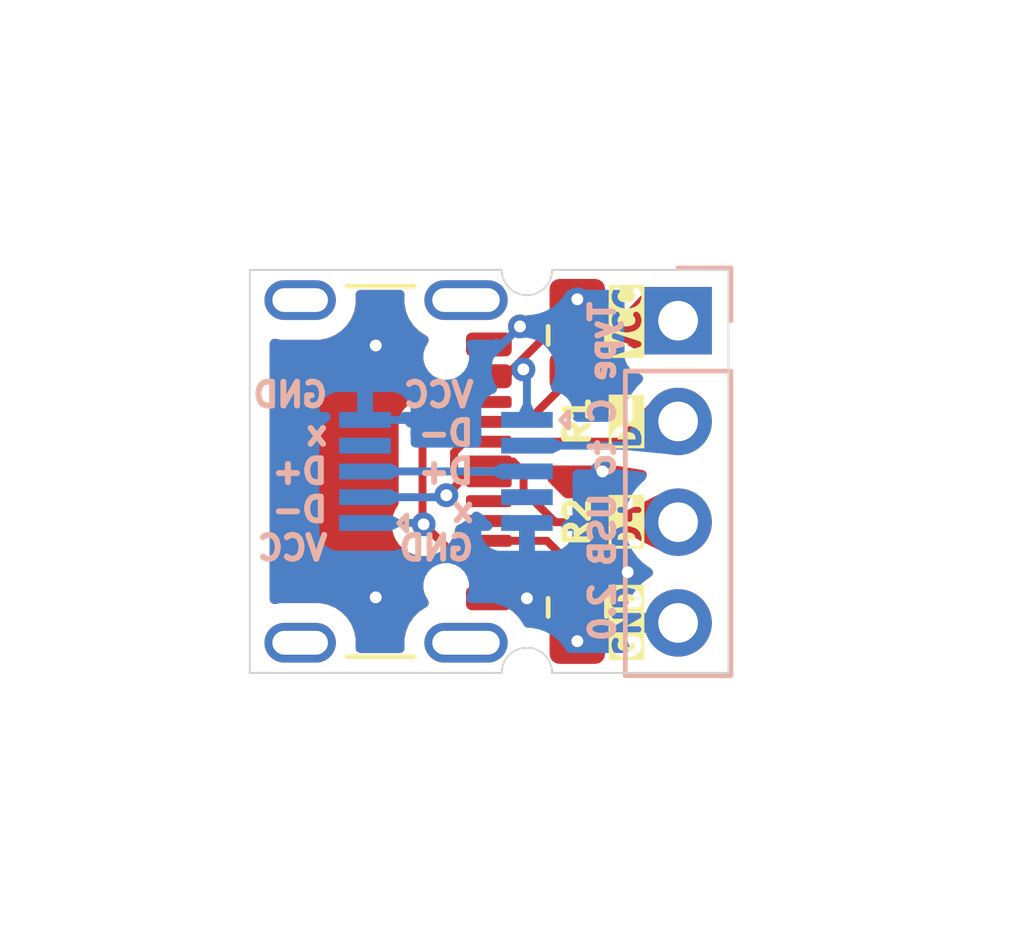
<source format=kicad_pcb>
(kicad_pcb (version 20241229) (generator "pcbnew") (generator_version "9.0")
  (layers (0 "F.Cu" signal) (2 "B.Cu" signal) (13 "F.Paste" user) (15 "B.Paste" user) (5 "F.SilkS" user "F.Silkscreen") (7 "B.SilkS" user "B.Silkscreen") (1 "F.Mask" user) (3 "B.Mask" user) (25 "Edge.Cuts" user))
  (net 0 "")
  (net 1 "/D(+)")
  (net 2 "GND")
  (net 3 "VBUS")
  (net 4 "/D(-)")
  (net 5 "Net-(J1-CC1)")
  (net 6 "Net-(J1-CC2)")
  (footprint "Connector_USB:USB_C_Receptacle_GCT_USB4105-xx-A_16P_TopMnt_Horizontal" (layer "F.Cu") (at 114.105 63.5 -90)
    (property "Reference" "J1" (hide yes))
    (property "Value" "USB_C_Receptacle_USB2.0_16P")
    (fp_line (start -4.67 -0.1) (end -4.67 -1.8) (stroke (width 0.12)) (layer "F.SilkS"))
    (fp_line (start 4.67 -0.1) (end 4.67 -1.8) (stroke (width 0.12)) (layer "F.SilkS"))
    (pad "" np_thru_hole circle (at -2.89 -2.605 270) (size 0.65 0.65) (drill 0.65) (layers "*.Cu" "*.Mask"))
    (pad "" np_thru_hole circle (at 2.89 -2.605 270) (size 0.65 0.65) (drill 0.65) (layers "*.Cu" "*.Mask"))
    (pad "A1" smd roundrect (at -3.2 -3.68 270) (size 0.6 1.15) (layers "F.Cu" "F.Mask" "F.Paste") (net 2 "GND"))
    (pad "A4" smd roundrect (at -2.4 -3.68 270) (size 0.6 1.15) (layers "F.Cu" "F.Mask" "F.Paste") (net 3 "VBUS"))
    (pad "A5" smd roundrect (at -1.25 -3.68 270) (size 0.3 1.15) (layers "F.Cu" "F.Mask" "F.Paste") (net 5 "Net-(J1-CC1)"))
    (pad "A6" smd roundrect (at -0.25 -3.68 270) (size 0.3 1.15) (layers "F.Cu" "F.Mask" "F.Paste") (net 1 "/D(+)"))
    (pad "A7" smd roundrect (at 0.25 -3.68 270) (size 0.3 1.15) (layers "F.Cu" "F.Mask" "F.Paste") (net 4 "/D(-)"))
    (pad "A8" smd roundrect (at 1.25 -3.68 270) (size 0.3 1.15) (layers "F.Cu" "F.Mask" "F.Paste"))
    (pad "A9" smd roundrect (at 2.4 -3.68 270) (size 0.6 1.15) (layers "F.Cu" "F.Mask" "F.Paste") (net 3 "VBUS"))
    (pad "A12" smd roundrect (at 3.2 -3.68 270) (size 0.6 1.15) (layers "F.Cu" "F.Mask" "F.Paste") (net 2 "GND"))
    (pad "B1" smd roundrect (at 3.2 -3.68 270) (size 0.6 1.15) (layers "F.Cu" "F.Mask" "F.Paste") (net 2 "GND"))
    (pad "B4" smd roundrect (at 2.4 -3.68 270) (size 0.6 1.15) (layers "F.Cu" "F.Mask" "F.Paste") (net 3 "VBUS"))
    (pad "B5" smd roundrect (at 1.75 -3.68 270) (size 0.3 1.15) (layers "F.Cu" "F.Mask" "F.Paste") (net 6 "Net-(J1-CC2)"))
    (pad "B6" smd roundrect (at 0.75 -3.68 270) (size 0.3 1.15) (layers "F.Cu" "F.Mask" "F.Paste") (net 1 "/D(+)"))
    (pad "B7" smd roundrect (at -0.75 -3.68 270) (size 0.3 1.15) (layers "F.Cu" "F.Mask" "F.Paste") (net 4 "/D(-)"))
    (pad "B8" smd roundrect (at -1.75 -3.68 270) (size 0.3 1.15) (layers "F.Cu" "F.Mask" "F.Paste"))
    (pad "B9" smd roundrect (at -2.4 -3.68 270) (size 0.6 1.15) (layers "F.Cu" "F.Mask" "F.Paste") (net 3 "VBUS"))
    (pad "B12" smd roundrect (at -3.2 -3.68 270) (size 0.6 1.15) (layers "F.Cu" "F.Mask" "F.Paste") (net 2 "GND"))
    (pad "S1" thru_hole oval (at -4.32 -3.105 270) (size 1 2.1) (drill oval 0.6 1.7) (property pad_prop_heatsink) (layers "*.Cu" "*.Mask" "F.Paste"))
    (pad "S1" thru_hole oval (at -4.32 1.075 270) (size 1 1.8) (drill oval 0.6 1.4) (property pad_prop_heatsink) (layers "*.Cu" "*.Mask" "F.Paste"))
    (pad "S1" thru_hole oval (at 4.32 -3.105 270) (size 1 2.1) (drill oval 0.6 1.7) (property pad_prop_heatsink) (layers "*.Cu" "*.Mask" "F.Paste"))
    (pad "S1" thru_hole oval (at 4.32 1.075 270) (size 1 1.8) (drill oval 0.6 1.4) (property pad_prop_heatsink) (layers "*.Cu" "*.Mask" "F.Paste"))
  )
  (footprint "Resistor_SMD:R_0805_2012Metric" (layer "F.Cu") (at 120.015 66.929 90)
    (property "Reference" "R2" (at 2.159 0 90) (layer "F.SilkS") (effects (font (size 0.6 0.6))))
    (property "Value" "5K1")
    (fp_line (start -0.227064 -0.735) (end 0.227064 -0.735) (stroke (width 0.12)) (layer "F.SilkS"))
    (fp_line (start -0.227064 0.735) (end 0.227064 0.735) (stroke (width 0.12)) (layer "F.SilkS"))
    (pad "1" smd roundrect (at -0.9125 0 90) (size 1.025 1.4) (layers "F.Cu" "F.Mask" "F.Paste") (roundrect_rratio 0.243902) (net 2 "GND"))
    (pad "2" smd roundrect (at 0.9125 0 90) (size 1.025 1.4) (layers "F.Cu" "F.Mask" "F.Paste") (roundrect_rratio 0.243902) (net 6 "Net-(J1-CC2)"))
  )
  (footprint "Resistor_SMD:R_0805_2012Metric" (layer "F.Cu") (at 120.015 60.071 90)
    (property "Reference" "R1" (at -2.159 0 90) (layer "F.SilkS") (effects (font (size 0.6 0.6))))
    (property "Value" "5K1")
    (fp_line (start -0.227064 -0.735) (end 0.227064 -0.735) (stroke (width 0.12)) (layer "F.SilkS"))
    (fp_line (start -0.227064 0.735) (end 0.227064 0.735) (stroke (width 0.12)) (layer "F.SilkS"))
    (pad "1" smd roundrect (at -0.9125 0 90) (size 1.025 1.4) (layers "F.Cu" "F.Mask" "F.Paste") (roundrect_rratio 0.243902) (net 5 "Net-(J1-CC1)"))
    (pad "2" smd roundrect (at 0.9125 0 90) (size 1.025 1.4) (layers "F.Cu" "F.Mask" "F.Paste") (roundrect_rratio 0.243902) (net 2 "GND"))
  )
  (footprint "Connector_PinHeader_2.54mm:PinHeader_1x04_P2.54mm_Vertical" (layer "B.Cu") (at 122.555 59.7 180)
    (property "Reference" "J2" (hide yes))
    (property "Value" "Conn_01x04" (hide yes))
    (fp_line (start 1.33 -1.27) (end 1.33 -8.95) (stroke (width 0.12)) (layer "B.SilkS"))
    (fp_line (start -1.33 1.33) (end 0 1.33) (stroke (width 0.12)) (layer "B.SilkS"))
    (fp_line (start -1.33 0) (end -1.33 1.33) (stroke (width 0.12)) (layer "B.SilkS"))
    (fp_line (start -1.33 -1.27) (end 1.33 -1.27) (stroke (width 0.12)) (layer "B.SilkS"))
    (fp_line (start -1.33 -1.27) (end -1.33 -8.95) (stroke (width 0.12)) (layer "B.SilkS"))
    (fp_line (start -1.33 -8.95) (end 1.33 -8.95) (stroke (width 0.12)) (layer "B.SilkS"))
    (pad "1" thru_hole rect (at 0 0 180) (size 1.7 1.7) (drill 1) (layers "*.Cu" "*.Mask") (net 3 "VBUS"))
    (pad "2" thru_hole oval (at 0 -2.54 180) (size 1.7 1.7) (drill 1) (layers "*.Cu" "*.Mask") (net 4 "/D(-)"))
    (pad "3" thru_hole oval (at 0 -5.08 180) (size 1.7 1.7) (drill 1) (layers "*.Cu" "*.Mask") (net 1 "/D(+)"))
    (pad "4" thru_hole oval (at 0 -7.62 180) (size 1.7 1.7) (drill 1) (layers "*.Cu" "*.Mask") (net 2 "GND"))
  )
  (footprint "Connector_USB:USB_Micro-B_Technik_TWP-4002D-H3" (layer "B.Cu") (at 117.67 63.5 90)
    (property "Reference" "J4" (hide yes))
    (property "Value" "USB_B_Micro_mirrored")
    (fp_line (start 1.3 1.925) (end 1.5 2.125) (stroke (width 0.12)) (layer "B.SilkS"))
    (fp_line (start 1.5 2.125) (end 1.1 2.125) (stroke (width 0.12)) (layer "B.SilkS"))
    (fp_line (start 1.1 2.125) (end 1.3 1.925) (stroke (width 0.12)) (layer "B.SilkS"))
    (pad "1" smd rect (at 1.3 1.075 90) (size 0.4 1.3) (layers "B.Cu" "B.Mask" "B.Paste") (net 3 "VBUS"))
    (pad "2" smd rect (at 0.65 1.075 90) (size 0.4 1.3) (layers "B.Cu" "B.Mask" "B.Paste") (net 4 "/D(-)"))
    (pad "3" smd rect (at 0 1.075 90) (size 0.4 1.3) (layers "B.Cu" "B.Mask" "B.Paste") (net 1 "/D(+)"))
    (pad "4" smd rect (at -0.65 1.075 90) (size 0.4 1.3) (layers "B.Cu" "B.Mask" "B.Paste"))
    (pad "5" smd rect (at -1.3 1.075 90) (size 0.4 1.3) (layers "B.Cu" "B.Mask" "B.Paste") (net 2 "GND"))
  )
  (footprint "Connector_USB:USB_Micro-B_Technik_TWP-4002D-H3" (layer "B.Cu") (at 113.5888 63.5 90)
    (property "Reference" "J3" (hide yes))
    (property "Value" "USB_B_Micro")
    (fp_line (start -1.3 1.925) (end -1.5 2.125) (stroke (width 0.12)) (layer "B.SilkS"))
    (fp_line (start -1.1 2.125) (end -1.3 1.925) (stroke (width 0.12)) (layer "B.SilkS"))
    (fp_line (start -1.5 2.125) (end -1.1 2.125) (stroke (width 0.12)) (layer "B.SilkS"))
    (pad "1" smd rect (at -1.3 1.075 90) (size 0.4 1.3) (layers "B.Cu" "B.Mask" "B.Paste") (net 3 "VBUS"))
    (pad "2" smd rect (at -0.65 1.075 90) (size 0.4 1.3) (layers "B.Cu" "B.Mask" "B.Paste") (net 4 "/D(-)"))
    (pad "3" smd rect (at 0 1.075 90) (size 0.4 1.3) (layers "B.Cu" "B.Mask" "B.Paste") (net 1 "/D(+)"))
    (pad "4" smd rect (at 0.65 1.075 90) (size 0.4 1.3) (layers "B.Cu" "B.Mask" "B.Paste"))
    (pad "5" smd rect (at 1.3 1.075 90) (size 0.4 1.3) (layers "B.Cu" "B.Mask" "B.Paste") (net 2 "GND"))
  )
  (gr_arc (start 118.11 68.58) (mid 118.745 67.945) (end 119.38 68.58) (stroke (width 0.05)) (layer "Edge.Cuts"))
  (gr_line (start 119.38 68.58) (end 123.825 68.58) (stroke (width 0.05)) (layer "Edge.Cuts"))
  (gr_line (start 118.11 58.42) (end 111.76 58.42) (stroke (width 0.05)) (layer "Edge.Cuts"))
  (gr_arc (start 119.38 58.42) (mid 118.745 59.055) (end 118.11 58.42) (stroke (width 0.05)) (layer "Edge.Cuts"))
  (gr_line (start 111.76 68.58) (end 118.11 68.58) (stroke (width 0.05)) (layer "Edge.Cuts"))
  (gr_line (start 123.825 58.42) (end 119.38 58.42) (stroke (width 0.05)) (layer "Edge.Cuts"))
  (gr_line (start 111.76 58.42) (end 111.76 68.58) (stroke (width 0.05)) (layer "Edge.Cuts"))
  (gr_line (start 123.825 58.42) (end 123.825 68.58) (stroke (width 0.05)) (layer "Edge.Cuts"))
  (gr_text "VCC" (at 121.285 59.69 90) (layer "F.SilkS" knockout) (effects (font (size 0.6 0.6) (thickness 0.15) (bold yes))))
  (gr_text "D+" (at 121.285 64.77 90) (layer "F.SilkS" knockout) (effects (font (size 0.6 0.6) (thickness 0.15) (bold yes))))
  (gr_text "D-" (at 121.286 62.24 90) (layer "F.SilkS" knockout) (effects (font (size 0.6 0.6) (thickness 0.15) (bold yes))))
  (gr_text "GND" (at 121.285 67.31 90) (layer "F.SilkS" knockout) (effects (font (size 0.6 0.6) (thickness 0.15) (bold yes))))
  (gr_text "Type C to USB 2.0" (at 120.65 63.5 90) (layer "B.SilkS") (effects (font (size 0.6 0.6) (thickness 0.15) (bold yes)) (justify mirror)))
  (gr_text "VCC\nD-\nD+\nx\nGND" (at 117.475 63.5 0) (layer "B.SilkS") (effects (font (size 0.6 0.6) (thickness 0.15) (bold yes)) (justify left mirror)))
  (gr_text "GND\nx\nD+\nD-\nVCC" (at 113.792 63.5 0) (layer "B.SilkS") (effects (font (size 0.6 0.6) (thickness 0.15) (bold yes)) (justify left mirror)))
  (segment (start 118.661 63.517176) (end 118.661 63.982824) (width 0.2) (layer "F.Cu") (net 1))
  (segment (start 122.555 64.78) (end 119.458176 64.78) (width 0.2) (layer "F.Cu") (net 1))
  (segment (start 118.393824 63.25) (end 118.661 63.517176) (width 0.2) (layer "F.Cu") (net 1))
  (segment (start 117.785 63.25) (end 118.393824 63.25) (width 0.2) (layer "F.Cu") (net 1))
  (segment (start 118.661 63.982824) (end 118.393824 64.25) (width 0.2) (layer "F.Cu") (net 1))
  (segment (start 118.393824 64.25) (end 117.785 64.25) (width 0.2) (layer "F.Cu") (net 1))
  (segment (start 119.458176 64.78) (end 118.661 63.982824) (width 0.2) (layer "F.Cu") (net 1))
  (segment (start 118.745 63.5) (end 114.6638 63.5) (width 0.2) (layer "B.Cu") (net 1))
  (segment (start 117.785 60.3) (end 118.11323 60.3) (width 0.2) (layer "F.Cu") (net 2))
  (segment (start 122.555 67.32) (end 120.5365 67.32) (width 0.2) (layer "F.Cu") (net 2))
  (segment (start 118.11323 60.3) (end 118.569055 59.844175) (width 0.2) (layer "F.Cu") (net 2))
  (segment (start 118.745 66.7) (end 118.935 66.7) (width 0.2) (layer "F.Cu") (net 2))
  (segment (start 120.5365 67.32) (end 120.015 67.8415) (width 0.2) (layer "F.Cu") (net 2))
  (segment (start 118.935 66.7) (end 120.015 67.78) (width 0.2) (layer "F.Cu") (net 2))
  (segment (start 117.785 66.7) (end 118.745 66.7) (width 0.2) (layer "F.Cu") (net 2))
  (via (at 118.569055 59.844175) (size 0.6) (drill 0.3) (layers "F.Cu" "B.Cu") (net 2))
  (via (at 118.745 66.7) (size 0.6) (drill 0.3) (layers "F.Cu" "B.Cu") (net 2))
  (via (at 121.285 66.04) (size 0.6) (drill 0.3) (layers "F.Cu" "B.Cu") (net 2))
  (via (at 120.015 67.78) (size 0.6) (drill 0.3) (layers "F.Cu" "B.Cu") (net 2))
  (via (at 120.015 59.1585) (size 0.6) (drill 0.3) (layers "F.Cu" "B.Cu") (net 2))
  (via (at 120.65 63.5) (size 0.6) (drill 0.3) (layers "F.Cu" "B.Cu") (net 2))
  (via (at 114.935 66.675) (size 0.6) (drill 0.3) (layers "F.Cu" "B.Cu") (net 2))
  (via (at 114.935 60.325) (size 0.6) (drill 0.3) (layers "F.Cu" "B.Cu") (net 2))
  (segment (start 118.569055 59.844175) (end 116.21323 62.2) (width 0.2) (layer "B.Cu") (net 2))
  (segment (start 114.6638 60.5962) (end 114.935 60.325) (width 0.2) (layer "B.Cu") (net 2))
  (segment (start 114.6638 62.2) (end 114.6638 60.5962) (width 0.2) (layer "B.Cu") (net 2))
  (segment (start 116.21323 62.2) (end 114.6638 62.2) (width 0.2) (layer "B.Cu") (net 2))
  (segment (start 122.283 59.972) (end 119.329968 59.972) (width 0.2) (layer "F.Cu") (net 3))
  (segment (start 119.329968 59.972) (end 118.201968 61.1) (width 0.2) (layer "F.Cu") (net 3))
  (segment (start 116.113593 62.312583) (end 116.113593 64.803592) (width 0.2) (layer "F.Cu") (net 3))
  (segment (start 122.555 59.7) (end 122.283 59.972) (width 0.2) (layer "F.Cu") (net 3))
  (segment (start 117.326176 61.1) (end 116.113593 62.312583) (width 0.2) (layer "F.Cu") (net 3))
  (segment (start 116.113593 64.803592) (end 116.1425 64.8325) (width 0.2) (layer "F.Cu") (net 3))
  (segment (start 118.201968 61.1) (end 117.785 61.1) (width 0.2) (layer "F.Cu") (net 3))
  (segment (start 117.210001 65.9) (end 117.785 65.9) (width 0.2) (layer "F.Cu") (net 3))
  (segment (start 116.1425 64.8325) (end 117.210001 65.9) (width 0.2) (layer "F.Cu") (net 3))
  (segment (start 117.785 61.1) (end 117.326176 61.1) (width 0.2) (layer "F.Cu") (net 3))
  (via (at 118.655216 60.927444) (size 0.6) (drill 0.3) (layers "F.Cu" "B.Cu") (net 3))
  (via (at 116.1425 64.8325) (size 0.6) (drill 0.3) (layers "F.Cu" "B.Cu") (net 3))
  (segment (start 116.11 64.8) (end 116.1425 64.8325) (width 0.2) (layer "B.Cu") (net 3))
  (segment (start 118.745 62.2) (end 118.745 61.017228) (width 0.2) (layer "B.Cu") (net 3))
  (segment (start 114.6638 64.8) (end 116.11 64.8) (width 0.2) (layer "B.Cu") (net 3))
  (segment (start 118.745 61.017228) (end 118.655216 60.927444) (width 0.2) (layer "B.Cu") (net 3))
  (segment (start 116.909 63.482824) (end 116.909 63.017176) (width 0.2) (layer "F.Cu") (net 4))
  (segment (start 116.909 63.017176) (end 117.176176 62.75) (width 0.2) (layer "F.Cu") (net 4))
  (segment (start 117.176176 63.75) (end 116.909 63.482824) (width 0.2) (layer "F.Cu") (net 4))
  (segment (start 117.176176 62.75) (end 117.785 62.75) (width 0.2) (layer "F.Cu") (net 4))
  (segment (start 122.045 62.75) (end 122.555 62.24) (width 0.2) (layer "F.Cu") (net 4))
  (segment (start 117.064593 63.75) (end 116.714593 64.1) (width 0.2) (layer "F.Cu") (net 4))
  (segment (start 117.785 63.75) (end 117.064593 63.75) (width 0.2) (layer "F.Cu") (net 4))
  (segment (start 117.785 63.75) (end 117.176176 63.75) (width 0.2) (layer "F.Cu") (net 4))
  (segment (start 117.785 62.75) (end 122.045 62.75) (width 0.2) (layer "F.Cu") (net 4))
  (via (at 116.714593 64.1) (size 0.6) (drill 0.3) (layers "F.Cu" "B.Cu") (net 4))
  (segment (start 121.945 62.85) (end 122.555 62.24) (width 0.2) (layer "B.Cu") (net 4))
  (segment (start 118.745 62.85) (end 121.945 62.85) (width 0.2) (layer "B.Cu") (net 4))
  (segment (start 116.714593 64.1) (end 116.664593 64.15) (width 0.2) (layer "B.Cu") (net 4))
  (segment (start 116.664593 64.15) (end 114.6638 64.15) (width 0.2) (layer "B.Cu") (net 4))
  (segment (start 118.7485 62.25) (end 120.015 60.9835) (width 0.2) (layer "F.Cu") (net 5))
  (segment (start 117.785 62.25) (end 118.7485 62.25) (width 0.2) (layer "F.Cu") (net 5))
  (segment (start 117.785 65.25) (end 119.2485 65.25) (width 0.2) (layer "F.Cu") (net 6))
  (segment (start 119.2485 65.25) (end 120.015 66.0165) (width 0.2) (layer "F.Cu") (net 6))
  (zone (net 2) (net_name "GND") (layers "F.Cu" "B.Cu") (connect_pads (clearance 0.5)) (min_thickness 0.25) (fill yes (thermal_gap 0.5) (thermal_bridge_width 0.5))
    (polygon (pts (xy 111.76 58.42) (xy 123.825 59.055) (xy 123.825 68.58) (xy 111.76 68.58)))
  )
)
</source>
